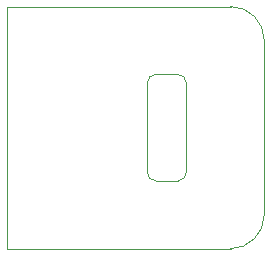
<source format=gm1>
G04 #@! TF.GenerationSoftware,KiCad,Pcbnew,5.1.4+dfsg1-1*
G04 #@! TF.CreationDate,2020-04-13T21:56:05+02:00*
G04 #@! TF.ProjectId,USB_conn,5553425f-636f-46e6-9e2e-6b696361645f,rev?*
G04 #@! TF.SameCoordinates,Original*
G04 #@! TF.FileFunction,Profile,NP*
%FSLAX46Y46*%
G04 Gerber Fmt 4.6, Leading zero omitted, Abs format (unit mm)*
G04 Created by KiCad (PCBNEW 5.1.4+dfsg1-1) date 2020-04-13 21:56:05*
%MOMM*%
%LPD*%
G04 APERTURE LIST*
%ADD10C,0.050000*%
G04 APERTURE END LIST*
D10*
X88300000Y-90250000D02*
X88300000Y-110750000D01*
X100200000Y-96700000D02*
G75*
G02X100900000Y-96000000I700000J0D01*
G01*
X102800000Y-96000000D02*
G75*
G02X103500000Y-96700000I0J-700000D01*
G01*
X100900000Y-105000000D02*
G75*
G02X100200000Y-104300000I0J700000D01*
G01*
X103500000Y-104300000D02*
G75*
G02X102800000Y-105000000I-700000J0D01*
G01*
X103500000Y-104300000D02*
X103500000Y-100500000D01*
X100900000Y-105000000D02*
X102800000Y-105000000D01*
X100200000Y-96700000D02*
X100200000Y-104300000D01*
X102800000Y-96000000D02*
X100900000Y-96000000D01*
X103500000Y-100500000D02*
X103500000Y-96700000D01*
X110100000Y-107900000D02*
G75*
G02X107250000Y-110750000I-2850000J0D01*
G01*
X107250000Y-90250000D02*
G75*
G02X110100000Y-93100000I0J-2850000D01*
G01*
X107250000Y-90250000D02*
X88300000Y-90250000D01*
X88300000Y-110750000D02*
X107250000Y-110750000D01*
X110100000Y-107900000D02*
X110100000Y-93100000D01*
M02*

</source>
